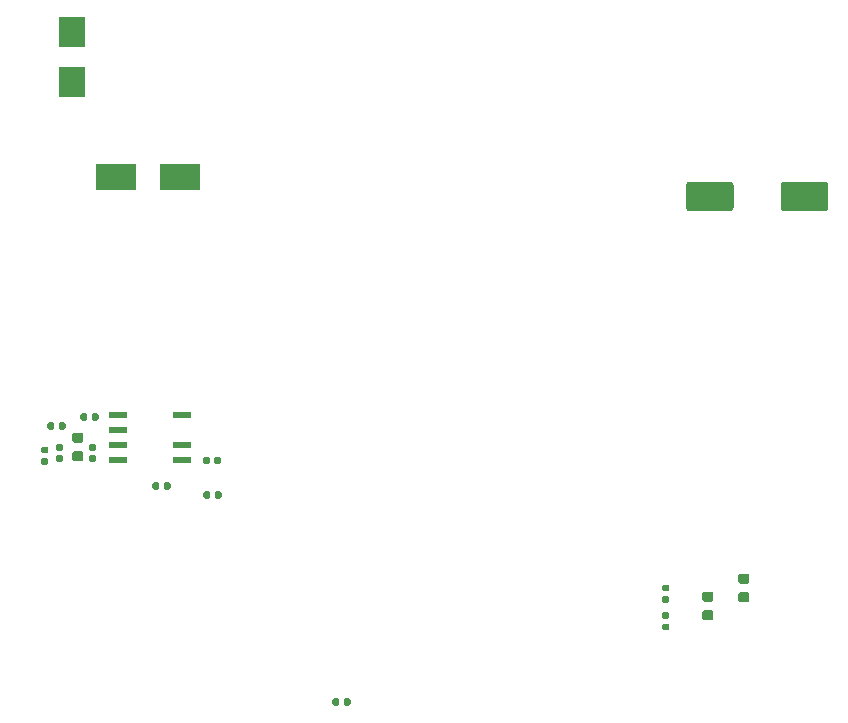
<source format=gbr>
%TF.GenerationSoftware,KiCad,Pcbnew,(5.1.6)-1*%
%TF.CreationDate,2020-06-23T23:46:23+03:00*%
%TF.ProjectId,flyback,666c7962-6163-46b2-9e6b-696361645f70,rev?*%
%TF.SameCoordinates,Original*%
%TF.FileFunction,Paste,Top*%
%TF.FilePolarity,Positive*%
%FSLAX46Y46*%
G04 Gerber Fmt 4.6, Leading zero omitted, Abs format (unit mm)*
G04 Created by KiCad (PCBNEW (5.1.6)-1) date 2020-06-23 23:46:23*
%MOMM*%
%LPD*%
G01*
G04 APERTURE LIST*
%ADD10R,2.300000X2.500000*%
%ADD11R,3.500000X2.300000*%
%ADD12R,1.550000X0.600000*%
G04 APERTURE END LIST*
%TO.C,C1*%
G36*
G01*
X196406000Y-96601500D02*
X196406000Y-96946500D01*
G75*
G02*
X196258500Y-97094000I-147500J0D01*
G01*
X195963500Y-97094000D01*
G75*
G02*
X195816000Y-96946500I0J147500D01*
G01*
X195816000Y-96601500D01*
G75*
G02*
X195963500Y-96454000I147500J0D01*
G01*
X196258500Y-96454000D01*
G75*
G02*
X196406000Y-96601500I0J-147500D01*
G01*
G37*
G36*
G01*
X197376000Y-96601500D02*
X197376000Y-96946500D01*
G75*
G02*
X197228500Y-97094000I-147500J0D01*
G01*
X196933500Y-97094000D01*
G75*
G02*
X196786000Y-96946500I0J147500D01*
G01*
X196786000Y-96601500D01*
G75*
G02*
X196933500Y-96454000I147500J0D01*
G01*
X197228500Y-96454000D01*
G75*
G02*
X197376000Y-96601500I0J-147500D01*
G01*
G37*
%TD*%
%TO.C,RVS1*%
G36*
G01*
X172656000Y-73578500D02*
X172656000Y-73233500D01*
G75*
G02*
X172803500Y-73086000I147500J0D01*
G01*
X173098500Y-73086000D01*
G75*
G02*
X173246000Y-73233500I0J-147500D01*
G01*
X173246000Y-73578500D01*
G75*
G02*
X173098500Y-73726000I-147500J0D01*
G01*
X172803500Y-73726000D01*
G75*
G02*
X172656000Y-73578500I0J147500D01*
G01*
G37*
G36*
G01*
X171686000Y-73578500D02*
X171686000Y-73233500D01*
G75*
G02*
X171833500Y-73086000I147500J0D01*
G01*
X172128500Y-73086000D01*
G75*
G02*
X172276000Y-73233500I0J-147500D01*
G01*
X172276000Y-73578500D01*
G75*
G02*
X172128500Y-73726000I-147500J0D01*
G01*
X171833500Y-73726000D01*
G75*
G02*
X171686000Y-73578500I0J147500D01*
G01*
G37*
%TD*%
%TO.C,RLC1*%
G36*
G01*
X185418000Y-76154500D02*
X185418000Y-76499500D01*
G75*
G02*
X185270500Y-76647000I-147500J0D01*
G01*
X184975500Y-76647000D01*
G75*
G02*
X184828000Y-76499500I0J147500D01*
G01*
X184828000Y-76154500D01*
G75*
G02*
X184975500Y-76007000I147500J0D01*
G01*
X185270500Y-76007000D01*
G75*
G02*
X185418000Y-76154500I0J-147500D01*
G01*
G37*
G36*
G01*
X186388000Y-76154500D02*
X186388000Y-76499500D01*
G75*
G02*
X186240500Y-76647000I-147500J0D01*
G01*
X185945500Y-76647000D01*
G75*
G02*
X185798000Y-76499500I0J147500D01*
G01*
X185798000Y-76154500D01*
G75*
G02*
X185945500Y-76007000I147500J0D01*
G01*
X186240500Y-76007000D01*
G75*
G02*
X186388000Y-76154500I0J-147500D01*
G01*
G37*
%TD*%
%TO.C,RFB3*%
G36*
G01*
X172892500Y-75502000D02*
X172547500Y-75502000D01*
G75*
G02*
X172400000Y-75354500I0J147500D01*
G01*
X172400000Y-75059500D01*
G75*
G02*
X172547500Y-74912000I147500J0D01*
G01*
X172892500Y-74912000D01*
G75*
G02*
X173040000Y-75059500I0J-147500D01*
G01*
X173040000Y-75354500D01*
G75*
G02*
X172892500Y-75502000I-147500J0D01*
G01*
G37*
G36*
G01*
X172892500Y-76472000D02*
X172547500Y-76472000D01*
G75*
G02*
X172400000Y-76324500I0J147500D01*
G01*
X172400000Y-76029500D01*
G75*
G02*
X172547500Y-75882000I147500J0D01*
G01*
X172892500Y-75882000D01*
G75*
G02*
X173040000Y-76029500I0J-147500D01*
G01*
X173040000Y-76324500D01*
G75*
G02*
X172892500Y-76472000I-147500J0D01*
G01*
G37*
%TD*%
%TO.C,Cout1*%
G36*
G01*
X229775000Y-52975000D02*
X229775000Y-54975000D01*
G75*
G02*
X229525000Y-55225000I-250000J0D01*
G01*
X226025000Y-55225000D01*
G75*
G02*
X225775000Y-54975000I0J250000D01*
G01*
X225775000Y-52975000D01*
G75*
G02*
X226025000Y-52725000I250000J0D01*
G01*
X229525000Y-52725000D01*
G75*
G02*
X229775000Y-52975000I0J-250000D01*
G01*
G37*
G36*
G01*
X237775000Y-52975000D02*
X237775000Y-54975000D01*
G75*
G02*
X237525000Y-55225000I-250000J0D01*
G01*
X234025000Y-55225000D01*
G75*
G02*
X233775000Y-54975000I0J250000D01*
G01*
X233775000Y-52975000D01*
G75*
G02*
X234025000Y-52725000I250000J0D01*
G01*
X237525000Y-52725000D01*
G75*
G02*
X237775000Y-52975000I0J-250000D01*
G01*
G37*
%TD*%
D10*
%TO.C,Dclamp1*%
X173736000Y-40014000D03*
X173736000Y-44314000D03*
%TD*%
D11*
%TO.C,D1*%
X182880000Y-52324000D03*
X177480000Y-52324000D03*
%TD*%
%TO.C,RFB2*%
G36*
G01*
X227327750Y-87421000D02*
X227840250Y-87421000D01*
G75*
G02*
X228059000Y-87639750I0J-218750D01*
G01*
X228059000Y-88077250D01*
G75*
G02*
X227840250Y-88296000I-218750J0D01*
G01*
X227327750Y-88296000D01*
G75*
G02*
X227109000Y-88077250I0J218750D01*
G01*
X227109000Y-87639750D01*
G75*
G02*
X227327750Y-87421000I218750J0D01*
G01*
G37*
G36*
G01*
X227327750Y-88996000D02*
X227840250Y-88996000D01*
G75*
G02*
X228059000Y-89214750I0J-218750D01*
G01*
X228059000Y-89652250D01*
G75*
G02*
X227840250Y-89871000I-218750J0D01*
G01*
X227327750Y-89871000D01*
G75*
G02*
X227109000Y-89652250I0J218750D01*
G01*
X227109000Y-89214750D01*
G75*
G02*
X227327750Y-88996000I218750J0D01*
G01*
G37*
%TD*%
%TO.C,RFB1*%
G36*
G01*
X230375750Y-85897000D02*
X230888250Y-85897000D01*
G75*
G02*
X231107000Y-86115750I0J-218750D01*
G01*
X231107000Y-86553250D01*
G75*
G02*
X230888250Y-86772000I-218750J0D01*
G01*
X230375750Y-86772000D01*
G75*
G02*
X230157000Y-86553250I0J218750D01*
G01*
X230157000Y-86115750D01*
G75*
G02*
X230375750Y-85897000I218750J0D01*
G01*
G37*
G36*
G01*
X230375750Y-87472000D02*
X230888250Y-87472000D01*
G75*
G02*
X231107000Y-87690750I0J-218750D01*
G01*
X231107000Y-88128250D01*
G75*
G02*
X230888250Y-88347000I-218750J0D01*
G01*
X230375750Y-88347000D01*
G75*
G02*
X230157000Y-88128250I0J218750D01*
G01*
X230157000Y-87690750D01*
G75*
G02*
X230375750Y-87472000I218750J0D01*
G01*
G37*
%TD*%
%TO.C,RFB4*%
G36*
G01*
X175341500Y-75882000D02*
X175686500Y-75882000D01*
G75*
G02*
X175834000Y-76029500I0J-147500D01*
G01*
X175834000Y-76324500D01*
G75*
G02*
X175686500Y-76472000I-147500J0D01*
G01*
X175341500Y-76472000D01*
G75*
G02*
X175194000Y-76324500I0J147500D01*
G01*
X175194000Y-76029500D01*
G75*
G02*
X175341500Y-75882000I147500J0D01*
G01*
G37*
G36*
G01*
X175341500Y-74912000D02*
X175686500Y-74912000D01*
G75*
G02*
X175834000Y-75059500I0J-147500D01*
G01*
X175834000Y-75354500D01*
G75*
G02*
X175686500Y-75502000I-147500J0D01*
G01*
X175341500Y-75502000D01*
G75*
G02*
X175194000Y-75354500I0J147500D01*
G01*
X175194000Y-75059500D01*
G75*
G02*
X175341500Y-74912000I147500J0D01*
G01*
G37*
%TD*%
%TO.C,RVS2*%
G36*
G01*
X173987750Y-75534000D02*
X174500250Y-75534000D01*
G75*
G02*
X174719000Y-75752750I0J-218750D01*
G01*
X174719000Y-76190250D01*
G75*
G02*
X174500250Y-76409000I-218750J0D01*
G01*
X173987750Y-76409000D01*
G75*
G02*
X173769000Y-76190250I0J218750D01*
G01*
X173769000Y-75752750D01*
G75*
G02*
X173987750Y-75534000I218750J0D01*
G01*
G37*
G36*
G01*
X173987750Y-73959000D02*
X174500250Y-73959000D01*
G75*
G02*
X174719000Y-74177750I0J-218750D01*
G01*
X174719000Y-74615250D01*
G75*
G02*
X174500250Y-74834000I-218750J0D01*
G01*
X173987750Y-74834000D01*
G75*
G02*
X173769000Y-74615250I0J218750D01*
G01*
X173769000Y-74177750D01*
G75*
G02*
X173987750Y-73959000I218750J0D01*
G01*
G37*
%TD*%
%TO.C,CFB1*%
G36*
G01*
X171622500Y-75733000D02*
X171277500Y-75733000D01*
G75*
G02*
X171130000Y-75585500I0J147500D01*
G01*
X171130000Y-75290500D01*
G75*
G02*
X171277500Y-75143000I147500J0D01*
G01*
X171622500Y-75143000D01*
G75*
G02*
X171770000Y-75290500I0J-147500D01*
G01*
X171770000Y-75585500D01*
G75*
G02*
X171622500Y-75733000I-147500J0D01*
G01*
G37*
G36*
G01*
X171622500Y-76703000D02*
X171277500Y-76703000D01*
G75*
G02*
X171130000Y-76555500I0J147500D01*
G01*
X171130000Y-76260500D01*
G75*
G02*
X171277500Y-76113000I147500J0D01*
G01*
X171622500Y-76113000D01*
G75*
G02*
X171770000Y-76260500I0J-147500D01*
G01*
X171770000Y-76555500D01*
G75*
G02*
X171622500Y-76703000I-147500J0D01*
G01*
G37*
%TD*%
D12*
%TO.C,U2*%
X183040000Y-72517000D03*
X183040000Y-75057000D03*
X183040000Y-76327000D03*
X177640000Y-76327000D03*
X177640000Y-75057000D03*
X177640000Y-73787000D03*
X177640000Y-72517000D03*
%TD*%
%TO.C,RCS1*%
G36*
G01*
X185484000Y-79075500D02*
X185484000Y-79420500D01*
G75*
G02*
X185336500Y-79568000I-147500J0D01*
G01*
X185041500Y-79568000D01*
G75*
G02*
X184894000Y-79420500I0J147500D01*
G01*
X184894000Y-79075500D01*
G75*
G02*
X185041500Y-78928000I147500J0D01*
G01*
X185336500Y-78928000D01*
G75*
G02*
X185484000Y-79075500I0J-147500D01*
G01*
G37*
G36*
G01*
X186454000Y-79075500D02*
X186454000Y-79420500D01*
G75*
G02*
X186306500Y-79568000I-147500J0D01*
G01*
X186011500Y-79568000D01*
G75*
G02*
X185864000Y-79420500I0J147500D01*
G01*
X185864000Y-79075500D01*
G75*
G02*
X186011500Y-78928000I147500J0D01*
G01*
X186306500Y-78928000D01*
G75*
G02*
X186454000Y-79075500I0J-147500D01*
G01*
G37*
%TD*%
%TO.C,Cz1*%
G36*
G01*
X223855500Y-86827000D02*
X224200500Y-86827000D01*
G75*
G02*
X224348000Y-86974500I0J-147500D01*
G01*
X224348000Y-87269500D01*
G75*
G02*
X224200500Y-87417000I-147500J0D01*
G01*
X223855500Y-87417000D01*
G75*
G02*
X223708000Y-87269500I0J147500D01*
G01*
X223708000Y-86974500D01*
G75*
G02*
X223855500Y-86827000I147500J0D01*
G01*
G37*
G36*
G01*
X223855500Y-87797000D02*
X224200500Y-87797000D01*
G75*
G02*
X224348000Y-87944500I0J-147500D01*
G01*
X224348000Y-88239500D01*
G75*
G02*
X224200500Y-88387000I-147500J0D01*
G01*
X223855500Y-88387000D01*
G75*
G02*
X223708000Y-88239500I0J147500D01*
G01*
X223708000Y-87944500D01*
G75*
G02*
X223855500Y-87797000I147500J0D01*
G01*
G37*
%TD*%
%TO.C,Cvdd1*%
G36*
G01*
X175070000Y-72471500D02*
X175070000Y-72816500D01*
G75*
G02*
X174922500Y-72964000I-147500J0D01*
G01*
X174627500Y-72964000D01*
G75*
G02*
X174480000Y-72816500I0J147500D01*
G01*
X174480000Y-72471500D01*
G75*
G02*
X174627500Y-72324000I147500J0D01*
G01*
X174922500Y-72324000D01*
G75*
G02*
X175070000Y-72471500I0J-147500D01*
G01*
G37*
G36*
G01*
X176040000Y-72471500D02*
X176040000Y-72816500D01*
G75*
G02*
X175892500Y-72964000I-147500J0D01*
G01*
X175597500Y-72964000D01*
G75*
G02*
X175450000Y-72816500I0J147500D01*
G01*
X175450000Y-72471500D01*
G75*
G02*
X175597500Y-72324000I147500J0D01*
G01*
X175892500Y-72324000D01*
G75*
G02*
X176040000Y-72471500I0J-147500D01*
G01*
G37*
%TD*%
%TO.C,Css431*%
G36*
G01*
X224200500Y-90719000D02*
X223855500Y-90719000D01*
G75*
G02*
X223708000Y-90571500I0J147500D01*
G01*
X223708000Y-90276500D01*
G75*
G02*
X223855500Y-90129000I147500J0D01*
G01*
X224200500Y-90129000D01*
G75*
G02*
X224348000Y-90276500I0J-147500D01*
G01*
X224348000Y-90571500D01*
G75*
G02*
X224200500Y-90719000I-147500J0D01*
G01*
G37*
G36*
G01*
X224200500Y-89749000D02*
X223855500Y-89749000D01*
G75*
G02*
X223708000Y-89601500I0J147500D01*
G01*
X223708000Y-89306500D01*
G75*
G02*
X223855500Y-89159000I147500J0D01*
G01*
X224200500Y-89159000D01*
G75*
G02*
X224348000Y-89306500I0J-147500D01*
G01*
X224348000Y-89601500D01*
G75*
G02*
X224200500Y-89749000I-147500J0D01*
G01*
G37*
%TD*%
%TO.C,Ccs1*%
G36*
G01*
X181166000Y-78313500D02*
X181166000Y-78658500D01*
G75*
G02*
X181018500Y-78806000I-147500J0D01*
G01*
X180723500Y-78806000D01*
G75*
G02*
X180576000Y-78658500I0J147500D01*
G01*
X180576000Y-78313500D01*
G75*
G02*
X180723500Y-78166000I147500J0D01*
G01*
X181018500Y-78166000D01*
G75*
G02*
X181166000Y-78313500I0J-147500D01*
G01*
G37*
G36*
G01*
X182136000Y-78313500D02*
X182136000Y-78658500D01*
G75*
G02*
X181988500Y-78806000I-147500J0D01*
G01*
X181693500Y-78806000D01*
G75*
G02*
X181546000Y-78658500I0J147500D01*
G01*
X181546000Y-78313500D01*
G75*
G02*
X181693500Y-78166000I147500J0D01*
G01*
X181988500Y-78166000D01*
G75*
G02*
X182136000Y-78313500I0J-147500D01*
G01*
G37*
%TD*%
M02*

</source>
